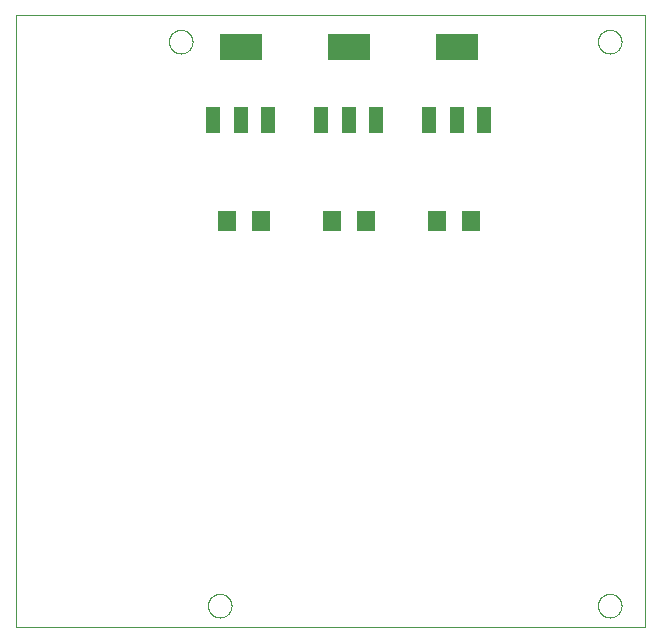
<source format=gbp>
G75*
%MOIN*%
%OFA0B0*%
%FSLAX25Y25*%
%IPPOS*%
%LPD*%
%AMOC8*
5,1,8,0,0,1.08239X$1,22.5*
%
%ADD10C,0.00000*%
%ADD11R,0.06299X0.07098*%
%ADD12R,0.04799X0.08799*%
%ADD13R,0.14173X0.08661*%
D10*
X0011520Y0002000D02*
X0011520Y0205961D01*
X0221220Y0205961D01*
X0221220Y0002000D01*
X0011520Y0002000D01*
X0075583Y0009000D02*
X0075585Y0009125D01*
X0075591Y0009250D01*
X0075601Y0009374D01*
X0075615Y0009498D01*
X0075632Y0009622D01*
X0075654Y0009745D01*
X0075680Y0009867D01*
X0075709Y0009989D01*
X0075742Y0010109D01*
X0075780Y0010228D01*
X0075820Y0010347D01*
X0075865Y0010463D01*
X0075913Y0010578D01*
X0075965Y0010692D01*
X0076021Y0010804D01*
X0076080Y0010914D01*
X0076142Y0011022D01*
X0076208Y0011129D01*
X0076277Y0011233D01*
X0076350Y0011334D01*
X0076425Y0011434D01*
X0076504Y0011531D01*
X0076586Y0011625D01*
X0076671Y0011717D01*
X0076758Y0011806D01*
X0076849Y0011892D01*
X0076942Y0011975D01*
X0077038Y0012056D01*
X0077136Y0012133D01*
X0077236Y0012207D01*
X0077339Y0012278D01*
X0077444Y0012345D01*
X0077552Y0012410D01*
X0077661Y0012470D01*
X0077772Y0012528D01*
X0077885Y0012581D01*
X0077999Y0012631D01*
X0078115Y0012678D01*
X0078232Y0012720D01*
X0078351Y0012759D01*
X0078471Y0012795D01*
X0078592Y0012826D01*
X0078714Y0012854D01*
X0078836Y0012877D01*
X0078960Y0012897D01*
X0079084Y0012913D01*
X0079208Y0012925D01*
X0079333Y0012933D01*
X0079458Y0012937D01*
X0079582Y0012937D01*
X0079707Y0012933D01*
X0079832Y0012925D01*
X0079956Y0012913D01*
X0080080Y0012897D01*
X0080204Y0012877D01*
X0080326Y0012854D01*
X0080448Y0012826D01*
X0080569Y0012795D01*
X0080689Y0012759D01*
X0080808Y0012720D01*
X0080925Y0012678D01*
X0081041Y0012631D01*
X0081155Y0012581D01*
X0081268Y0012528D01*
X0081379Y0012470D01*
X0081489Y0012410D01*
X0081596Y0012345D01*
X0081701Y0012278D01*
X0081804Y0012207D01*
X0081904Y0012133D01*
X0082002Y0012056D01*
X0082098Y0011975D01*
X0082191Y0011892D01*
X0082282Y0011806D01*
X0082369Y0011717D01*
X0082454Y0011625D01*
X0082536Y0011531D01*
X0082615Y0011434D01*
X0082690Y0011334D01*
X0082763Y0011233D01*
X0082832Y0011129D01*
X0082898Y0011022D01*
X0082960Y0010914D01*
X0083019Y0010804D01*
X0083075Y0010692D01*
X0083127Y0010578D01*
X0083175Y0010463D01*
X0083220Y0010347D01*
X0083260Y0010228D01*
X0083298Y0010109D01*
X0083331Y0009989D01*
X0083360Y0009867D01*
X0083386Y0009745D01*
X0083408Y0009622D01*
X0083425Y0009498D01*
X0083439Y0009374D01*
X0083449Y0009250D01*
X0083455Y0009125D01*
X0083457Y0009000D01*
X0083455Y0008875D01*
X0083449Y0008750D01*
X0083439Y0008626D01*
X0083425Y0008502D01*
X0083408Y0008378D01*
X0083386Y0008255D01*
X0083360Y0008133D01*
X0083331Y0008011D01*
X0083298Y0007891D01*
X0083260Y0007772D01*
X0083220Y0007653D01*
X0083175Y0007537D01*
X0083127Y0007422D01*
X0083075Y0007308D01*
X0083019Y0007196D01*
X0082960Y0007086D01*
X0082898Y0006978D01*
X0082832Y0006871D01*
X0082763Y0006767D01*
X0082690Y0006666D01*
X0082615Y0006566D01*
X0082536Y0006469D01*
X0082454Y0006375D01*
X0082369Y0006283D01*
X0082282Y0006194D01*
X0082191Y0006108D01*
X0082098Y0006025D01*
X0082002Y0005944D01*
X0081904Y0005867D01*
X0081804Y0005793D01*
X0081701Y0005722D01*
X0081596Y0005655D01*
X0081488Y0005590D01*
X0081379Y0005530D01*
X0081268Y0005472D01*
X0081155Y0005419D01*
X0081041Y0005369D01*
X0080925Y0005322D01*
X0080808Y0005280D01*
X0080689Y0005241D01*
X0080569Y0005205D01*
X0080448Y0005174D01*
X0080326Y0005146D01*
X0080204Y0005123D01*
X0080080Y0005103D01*
X0079956Y0005087D01*
X0079832Y0005075D01*
X0079707Y0005067D01*
X0079582Y0005063D01*
X0079458Y0005063D01*
X0079333Y0005067D01*
X0079208Y0005075D01*
X0079084Y0005087D01*
X0078960Y0005103D01*
X0078836Y0005123D01*
X0078714Y0005146D01*
X0078592Y0005174D01*
X0078471Y0005205D01*
X0078351Y0005241D01*
X0078232Y0005280D01*
X0078115Y0005322D01*
X0077999Y0005369D01*
X0077885Y0005419D01*
X0077772Y0005472D01*
X0077661Y0005530D01*
X0077551Y0005590D01*
X0077444Y0005655D01*
X0077339Y0005722D01*
X0077236Y0005793D01*
X0077136Y0005867D01*
X0077038Y0005944D01*
X0076942Y0006025D01*
X0076849Y0006108D01*
X0076758Y0006194D01*
X0076671Y0006283D01*
X0076586Y0006375D01*
X0076504Y0006469D01*
X0076425Y0006566D01*
X0076350Y0006666D01*
X0076277Y0006767D01*
X0076208Y0006871D01*
X0076142Y0006978D01*
X0076080Y0007086D01*
X0076021Y0007196D01*
X0075965Y0007308D01*
X0075913Y0007422D01*
X0075865Y0007537D01*
X0075820Y0007653D01*
X0075780Y0007772D01*
X0075742Y0007891D01*
X0075709Y0008011D01*
X0075680Y0008133D01*
X0075654Y0008255D01*
X0075632Y0008378D01*
X0075615Y0008502D01*
X0075601Y0008626D01*
X0075591Y0008750D01*
X0075585Y0008875D01*
X0075583Y0009000D01*
X0205583Y0009000D02*
X0205585Y0009125D01*
X0205591Y0009250D01*
X0205601Y0009374D01*
X0205615Y0009498D01*
X0205632Y0009622D01*
X0205654Y0009745D01*
X0205680Y0009867D01*
X0205709Y0009989D01*
X0205742Y0010109D01*
X0205780Y0010228D01*
X0205820Y0010347D01*
X0205865Y0010463D01*
X0205913Y0010578D01*
X0205965Y0010692D01*
X0206021Y0010804D01*
X0206080Y0010914D01*
X0206142Y0011022D01*
X0206208Y0011129D01*
X0206277Y0011233D01*
X0206350Y0011334D01*
X0206425Y0011434D01*
X0206504Y0011531D01*
X0206586Y0011625D01*
X0206671Y0011717D01*
X0206758Y0011806D01*
X0206849Y0011892D01*
X0206942Y0011975D01*
X0207038Y0012056D01*
X0207136Y0012133D01*
X0207236Y0012207D01*
X0207339Y0012278D01*
X0207444Y0012345D01*
X0207552Y0012410D01*
X0207661Y0012470D01*
X0207772Y0012528D01*
X0207885Y0012581D01*
X0207999Y0012631D01*
X0208115Y0012678D01*
X0208232Y0012720D01*
X0208351Y0012759D01*
X0208471Y0012795D01*
X0208592Y0012826D01*
X0208714Y0012854D01*
X0208836Y0012877D01*
X0208960Y0012897D01*
X0209084Y0012913D01*
X0209208Y0012925D01*
X0209333Y0012933D01*
X0209458Y0012937D01*
X0209582Y0012937D01*
X0209707Y0012933D01*
X0209832Y0012925D01*
X0209956Y0012913D01*
X0210080Y0012897D01*
X0210204Y0012877D01*
X0210326Y0012854D01*
X0210448Y0012826D01*
X0210569Y0012795D01*
X0210689Y0012759D01*
X0210808Y0012720D01*
X0210925Y0012678D01*
X0211041Y0012631D01*
X0211155Y0012581D01*
X0211268Y0012528D01*
X0211379Y0012470D01*
X0211489Y0012410D01*
X0211596Y0012345D01*
X0211701Y0012278D01*
X0211804Y0012207D01*
X0211904Y0012133D01*
X0212002Y0012056D01*
X0212098Y0011975D01*
X0212191Y0011892D01*
X0212282Y0011806D01*
X0212369Y0011717D01*
X0212454Y0011625D01*
X0212536Y0011531D01*
X0212615Y0011434D01*
X0212690Y0011334D01*
X0212763Y0011233D01*
X0212832Y0011129D01*
X0212898Y0011022D01*
X0212960Y0010914D01*
X0213019Y0010804D01*
X0213075Y0010692D01*
X0213127Y0010578D01*
X0213175Y0010463D01*
X0213220Y0010347D01*
X0213260Y0010228D01*
X0213298Y0010109D01*
X0213331Y0009989D01*
X0213360Y0009867D01*
X0213386Y0009745D01*
X0213408Y0009622D01*
X0213425Y0009498D01*
X0213439Y0009374D01*
X0213449Y0009250D01*
X0213455Y0009125D01*
X0213457Y0009000D01*
X0213455Y0008875D01*
X0213449Y0008750D01*
X0213439Y0008626D01*
X0213425Y0008502D01*
X0213408Y0008378D01*
X0213386Y0008255D01*
X0213360Y0008133D01*
X0213331Y0008011D01*
X0213298Y0007891D01*
X0213260Y0007772D01*
X0213220Y0007653D01*
X0213175Y0007537D01*
X0213127Y0007422D01*
X0213075Y0007308D01*
X0213019Y0007196D01*
X0212960Y0007086D01*
X0212898Y0006978D01*
X0212832Y0006871D01*
X0212763Y0006767D01*
X0212690Y0006666D01*
X0212615Y0006566D01*
X0212536Y0006469D01*
X0212454Y0006375D01*
X0212369Y0006283D01*
X0212282Y0006194D01*
X0212191Y0006108D01*
X0212098Y0006025D01*
X0212002Y0005944D01*
X0211904Y0005867D01*
X0211804Y0005793D01*
X0211701Y0005722D01*
X0211596Y0005655D01*
X0211488Y0005590D01*
X0211379Y0005530D01*
X0211268Y0005472D01*
X0211155Y0005419D01*
X0211041Y0005369D01*
X0210925Y0005322D01*
X0210808Y0005280D01*
X0210689Y0005241D01*
X0210569Y0005205D01*
X0210448Y0005174D01*
X0210326Y0005146D01*
X0210204Y0005123D01*
X0210080Y0005103D01*
X0209956Y0005087D01*
X0209832Y0005075D01*
X0209707Y0005067D01*
X0209582Y0005063D01*
X0209458Y0005063D01*
X0209333Y0005067D01*
X0209208Y0005075D01*
X0209084Y0005087D01*
X0208960Y0005103D01*
X0208836Y0005123D01*
X0208714Y0005146D01*
X0208592Y0005174D01*
X0208471Y0005205D01*
X0208351Y0005241D01*
X0208232Y0005280D01*
X0208115Y0005322D01*
X0207999Y0005369D01*
X0207885Y0005419D01*
X0207772Y0005472D01*
X0207661Y0005530D01*
X0207551Y0005590D01*
X0207444Y0005655D01*
X0207339Y0005722D01*
X0207236Y0005793D01*
X0207136Y0005867D01*
X0207038Y0005944D01*
X0206942Y0006025D01*
X0206849Y0006108D01*
X0206758Y0006194D01*
X0206671Y0006283D01*
X0206586Y0006375D01*
X0206504Y0006469D01*
X0206425Y0006566D01*
X0206350Y0006666D01*
X0206277Y0006767D01*
X0206208Y0006871D01*
X0206142Y0006978D01*
X0206080Y0007086D01*
X0206021Y0007196D01*
X0205965Y0007308D01*
X0205913Y0007422D01*
X0205865Y0007537D01*
X0205820Y0007653D01*
X0205780Y0007772D01*
X0205742Y0007891D01*
X0205709Y0008011D01*
X0205680Y0008133D01*
X0205654Y0008255D01*
X0205632Y0008378D01*
X0205615Y0008502D01*
X0205601Y0008626D01*
X0205591Y0008750D01*
X0205585Y0008875D01*
X0205583Y0009000D01*
X0205583Y0197000D02*
X0205585Y0197125D01*
X0205591Y0197250D01*
X0205601Y0197374D01*
X0205615Y0197498D01*
X0205632Y0197622D01*
X0205654Y0197745D01*
X0205680Y0197867D01*
X0205709Y0197989D01*
X0205742Y0198109D01*
X0205780Y0198228D01*
X0205820Y0198347D01*
X0205865Y0198463D01*
X0205913Y0198578D01*
X0205965Y0198692D01*
X0206021Y0198804D01*
X0206080Y0198914D01*
X0206142Y0199022D01*
X0206208Y0199129D01*
X0206277Y0199233D01*
X0206350Y0199334D01*
X0206425Y0199434D01*
X0206504Y0199531D01*
X0206586Y0199625D01*
X0206671Y0199717D01*
X0206758Y0199806D01*
X0206849Y0199892D01*
X0206942Y0199975D01*
X0207038Y0200056D01*
X0207136Y0200133D01*
X0207236Y0200207D01*
X0207339Y0200278D01*
X0207444Y0200345D01*
X0207552Y0200410D01*
X0207661Y0200470D01*
X0207772Y0200528D01*
X0207885Y0200581D01*
X0207999Y0200631D01*
X0208115Y0200678D01*
X0208232Y0200720D01*
X0208351Y0200759D01*
X0208471Y0200795D01*
X0208592Y0200826D01*
X0208714Y0200854D01*
X0208836Y0200877D01*
X0208960Y0200897D01*
X0209084Y0200913D01*
X0209208Y0200925D01*
X0209333Y0200933D01*
X0209458Y0200937D01*
X0209582Y0200937D01*
X0209707Y0200933D01*
X0209832Y0200925D01*
X0209956Y0200913D01*
X0210080Y0200897D01*
X0210204Y0200877D01*
X0210326Y0200854D01*
X0210448Y0200826D01*
X0210569Y0200795D01*
X0210689Y0200759D01*
X0210808Y0200720D01*
X0210925Y0200678D01*
X0211041Y0200631D01*
X0211155Y0200581D01*
X0211268Y0200528D01*
X0211379Y0200470D01*
X0211489Y0200410D01*
X0211596Y0200345D01*
X0211701Y0200278D01*
X0211804Y0200207D01*
X0211904Y0200133D01*
X0212002Y0200056D01*
X0212098Y0199975D01*
X0212191Y0199892D01*
X0212282Y0199806D01*
X0212369Y0199717D01*
X0212454Y0199625D01*
X0212536Y0199531D01*
X0212615Y0199434D01*
X0212690Y0199334D01*
X0212763Y0199233D01*
X0212832Y0199129D01*
X0212898Y0199022D01*
X0212960Y0198914D01*
X0213019Y0198804D01*
X0213075Y0198692D01*
X0213127Y0198578D01*
X0213175Y0198463D01*
X0213220Y0198347D01*
X0213260Y0198228D01*
X0213298Y0198109D01*
X0213331Y0197989D01*
X0213360Y0197867D01*
X0213386Y0197745D01*
X0213408Y0197622D01*
X0213425Y0197498D01*
X0213439Y0197374D01*
X0213449Y0197250D01*
X0213455Y0197125D01*
X0213457Y0197000D01*
X0213455Y0196875D01*
X0213449Y0196750D01*
X0213439Y0196626D01*
X0213425Y0196502D01*
X0213408Y0196378D01*
X0213386Y0196255D01*
X0213360Y0196133D01*
X0213331Y0196011D01*
X0213298Y0195891D01*
X0213260Y0195772D01*
X0213220Y0195653D01*
X0213175Y0195537D01*
X0213127Y0195422D01*
X0213075Y0195308D01*
X0213019Y0195196D01*
X0212960Y0195086D01*
X0212898Y0194978D01*
X0212832Y0194871D01*
X0212763Y0194767D01*
X0212690Y0194666D01*
X0212615Y0194566D01*
X0212536Y0194469D01*
X0212454Y0194375D01*
X0212369Y0194283D01*
X0212282Y0194194D01*
X0212191Y0194108D01*
X0212098Y0194025D01*
X0212002Y0193944D01*
X0211904Y0193867D01*
X0211804Y0193793D01*
X0211701Y0193722D01*
X0211596Y0193655D01*
X0211488Y0193590D01*
X0211379Y0193530D01*
X0211268Y0193472D01*
X0211155Y0193419D01*
X0211041Y0193369D01*
X0210925Y0193322D01*
X0210808Y0193280D01*
X0210689Y0193241D01*
X0210569Y0193205D01*
X0210448Y0193174D01*
X0210326Y0193146D01*
X0210204Y0193123D01*
X0210080Y0193103D01*
X0209956Y0193087D01*
X0209832Y0193075D01*
X0209707Y0193067D01*
X0209582Y0193063D01*
X0209458Y0193063D01*
X0209333Y0193067D01*
X0209208Y0193075D01*
X0209084Y0193087D01*
X0208960Y0193103D01*
X0208836Y0193123D01*
X0208714Y0193146D01*
X0208592Y0193174D01*
X0208471Y0193205D01*
X0208351Y0193241D01*
X0208232Y0193280D01*
X0208115Y0193322D01*
X0207999Y0193369D01*
X0207885Y0193419D01*
X0207772Y0193472D01*
X0207661Y0193530D01*
X0207551Y0193590D01*
X0207444Y0193655D01*
X0207339Y0193722D01*
X0207236Y0193793D01*
X0207136Y0193867D01*
X0207038Y0193944D01*
X0206942Y0194025D01*
X0206849Y0194108D01*
X0206758Y0194194D01*
X0206671Y0194283D01*
X0206586Y0194375D01*
X0206504Y0194469D01*
X0206425Y0194566D01*
X0206350Y0194666D01*
X0206277Y0194767D01*
X0206208Y0194871D01*
X0206142Y0194978D01*
X0206080Y0195086D01*
X0206021Y0195196D01*
X0205965Y0195308D01*
X0205913Y0195422D01*
X0205865Y0195537D01*
X0205820Y0195653D01*
X0205780Y0195772D01*
X0205742Y0195891D01*
X0205709Y0196011D01*
X0205680Y0196133D01*
X0205654Y0196255D01*
X0205632Y0196378D01*
X0205615Y0196502D01*
X0205601Y0196626D01*
X0205591Y0196750D01*
X0205585Y0196875D01*
X0205583Y0197000D01*
X0062583Y0197000D02*
X0062585Y0197125D01*
X0062591Y0197250D01*
X0062601Y0197374D01*
X0062615Y0197498D01*
X0062632Y0197622D01*
X0062654Y0197745D01*
X0062680Y0197867D01*
X0062709Y0197989D01*
X0062742Y0198109D01*
X0062780Y0198228D01*
X0062820Y0198347D01*
X0062865Y0198463D01*
X0062913Y0198578D01*
X0062965Y0198692D01*
X0063021Y0198804D01*
X0063080Y0198914D01*
X0063142Y0199022D01*
X0063208Y0199129D01*
X0063277Y0199233D01*
X0063350Y0199334D01*
X0063425Y0199434D01*
X0063504Y0199531D01*
X0063586Y0199625D01*
X0063671Y0199717D01*
X0063758Y0199806D01*
X0063849Y0199892D01*
X0063942Y0199975D01*
X0064038Y0200056D01*
X0064136Y0200133D01*
X0064236Y0200207D01*
X0064339Y0200278D01*
X0064444Y0200345D01*
X0064552Y0200410D01*
X0064661Y0200470D01*
X0064772Y0200528D01*
X0064885Y0200581D01*
X0064999Y0200631D01*
X0065115Y0200678D01*
X0065232Y0200720D01*
X0065351Y0200759D01*
X0065471Y0200795D01*
X0065592Y0200826D01*
X0065714Y0200854D01*
X0065836Y0200877D01*
X0065960Y0200897D01*
X0066084Y0200913D01*
X0066208Y0200925D01*
X0066333Y0200933D01*
X0066458Y0200937D01*
X0066582Y0200937D01*
X0066707Y0200933D01*
X0066832Y0200925D01*
X0066956Y0200913D01*
X0067080Y0200897D01*
X0067204Y0200877D01*
X0067326Y0200854D01*
X0067448Y0200826D01*
X0067569Y0200795D01*
X0067689Y0200759D01*
X0067808Y0200720D01*
X0067925Y0200678D01*
X0068041Y0200631D01*
X0068155Y0200581D01*
X0068268Y0200528D01*
X0068379Y0200470D01*
X0068489Y0200410D01*
X0068596Y0200345D01*
X0068701Y0200278D01*
X0068804Y0200207D01*
X0068904Y0200133D01*
X0069002Y0200056D01*
X0069098Y0199975D01*
X0069191Y0199892D01*
X0069282Y0199806D01*
X0069369Y0199717D01*
X0069454Y0199625D01*
X0069536Y0199531D01*
X0069615Y0199434D01*
X0069690Y0199334D01*
X0069763Y0199233D01*
X0069832Y0199129D01*
X0069898Y0199022D01*
X0069960Y0198914D01*
X0070019Y0198804D01*
X0070075Y0198692D01*
X0070127Y0198578D01*
X0070175Y0198463D01*
X0070220Y0198347D01*
X0070260Y0198228D01*
X0070298Y0198109D01*
X0070331Y0197989D01*
X0070360Y0197867D01*
X0070386Y0197745D01*
X0070408Y0197622D01*
X0070425Y0197498D01*
X0070439Y0197374D01*
X0070449Y0197250D01*
X0070455Y0197125D01*
X0070457Y0197000D01*
X0070455Y0196875D01*
X0070449Y0196750D01*
X0070439Y0196626D01*
X0070425Y0196502D01*
X0070408Y0196378D01*
X0070386Y0196255D01*
X0070360Y0196133D01*
X0070331Y0196011D01*
X0070298Y0195891D01*
X0070260Y0195772D01*
X0070220Y0195653D01*
X0070175Y0195537D01*
X0070127Y0195422D01*
X0070075Y0195308D01*
X0070019Y0195196D01*
X0069960Y0195086D01*
X0069898Y0194978D01*
X0069832Y0194871D01*
X0069763Y0194767D01*
X0069690Y0194666D01*
X0069615Y0194566D01*
X0069536Y0194469D01*
X0069454Y0194375D01*
X0069369Y0194283D01*
X0069282Y0194194D01*
X0069191Y0194108D01*
X0069098Y0194025D01*
X0069002Y0193944D01*
X0068904Y0193867D01*
X0068804Y0193793D01*
X0068701Y0193722D01*
X0068596Y0193655D01*
X0068488Y0193590D01*
X0068379Y0193530D01*
X0068268Y0193472D01*
X0068155Y0193419D01*
X0068041Y0193369D01*
X0067925Y0193322D01*
X0067808Y0193280D01*
X0067689Y0193241D01*
X0067569Y0193205D01*
X0067448Y0193174D01*
X0067326Y0193146D01*
X0067204Y0193123D01*
X0067080Y0193103D01*
X0066956Y0193087D01*
X0066832Y0193075D01*
X0066707Y0193067D01*
X0066582Y0193063D01*
X0066458Y0193063D01*
X0066333Y0193067D01*
X0066208Y0193075D01*
X0066084Y0193087D01*
X0065960Y0193103D01*
X0065836Y0193123D01*
X0065714Y0193146D01*
X0065592Y0193174D01*
X0065471Y0193205D01*
X0065351Y0193241D01*
X0065232Y0193280D01*
X0065115Y0193322D01*
X0064999Y0193369D01*
X0064885Y0193419D01*
X0064772Y0193472D01*
X0064661Y0193530D01*
X0064551Y0193590D01*
X0064444Y0193655D01*
X0064339Y0193722D01*
X0064236Y0193793D01*
X0064136Y0193867D01*
X0064038Y0193944D01*
X0063942Y0194025D01*
X0063849Y0194108D01*
X0063758Y0194194D01*
X0063671Y0194283D01*
X0063586Y0194375D01*
X0063504Y0194469D01*
X0063425Y0194566D01*
X0063350Y0194666D01*
X0063277Y0194767D01*
X0063208Y0194871D01*
X0063142Y0194978D01*
X0063080Y0195086D01*
X0063021Y0195196D01*
X0062965Y0195308D01*
X0062913Y0195422D01*
X0062865Y0195537D01*
X0062820Y0195653D01*
X0062780Y0195772D01*
X0062742Y0195891D01*
X0062709Y0196011D01*
X0062680Y0196133D01*
X0062654Y0196255D01*
X0062632Y0196378D01*
X0062615Y0196502D01*
X0062601Y0196626D01*
X0062591Y0196750D01*
X0062585Y0196875D01*
X0062583Y0197000D01*
D11*
X0082071Y0137190D03*
X0093268Y0137190D03*
X0117071Y0137190D03*
X0128268Y0137190D03*
X0152071Y0137190D03*
X0163268Y0137190D03*
D12*
X0167618Y0170799D03*
X0158520Y0170799D03*
X0149421Y0170799D03*
X0131618Y0170799D03*
X0122520Y0170799D03*
X0113421Y0170799D03*
X0095618Y0170799D03*
X0086520Y0170799D03*
X0077421Y0170799D03*
D13*
X0086520Y0195201D03*
X0122520Y0195201D03*
X0158520Y0195201D03*
M02*

</source>
